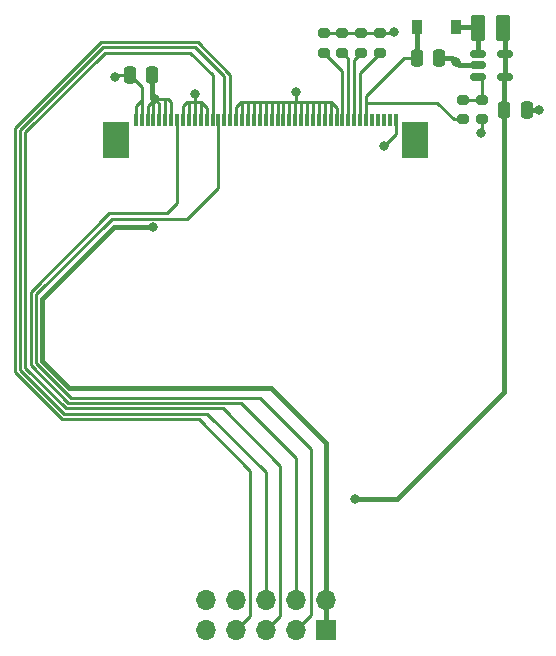
<source format=gbr>
%TF.GenerationSoftware,KiCad,Pcbnew,6.0.5+dfsg-1*%
%TF.CreationDate,2022-06-12T19:51:58+08:00*%
%TF.ProjectId,pcb-backbox,7063622d-6261-4636-9b62-6f782e6b6963,rev?*%
%TF.SameCoordinates,Original*%
%TF.FileFunction,Copper,L1,Top*%
%TF.FilePolarity,Positive*%
%FSLAX46Y46*%
G04 Gerber Fmt 4.6, Leading zero omitted, Abs format (unit mm)*
G04 Created by KiCad (PCBNEW 6.0.5+dfsg-1) date 2022-06-12 19:51:58*
%MOMM*%
%LPD*%
G01*
G04 APERTURE LIST*
G04 Aperture macros list*
%AMRoundRect*
0 Rectangle with rounded corners*
0 $1 Rounding radius*
0 $2 $3 $4 $5 $6 $7 $8 $9 X,Y pos of 4 corners*
0 Add a 4 corners polygon primitive as box body*
4,1,4,$2,$3,$4,$5,$6,$7,$8,$9,$2,$3,0*
0 Add four circle primitives for the rounded corners*
1,1,$1+$1,$2,$3*
1,1,$1+$1,$4,$5*
1,1,$1+$1,$6,$7*
1,1,$1+$1,$8,$9*
0 Add four rect primitives between the rounded corners*
20,1,$1+$1,$2,$3,$4,$5,0*
20,1,$1+$1,$4,$5,$6,$7,0*
20,1,$1+$1,$6,$7,$8,$9,0*
20,1,$1+$1,$8,$9,$2,$3,0*%
G04 Aperture macros list end*
%TA.AperFunction,ComponentPad*%
%ADD10R,1.700000X1.700000*%
%TD*%
%TA.AperFunction,ComponentPad*%
%ADD11O,1.700000X1.700000*%
%TD*%
%TA.AperFunction,SMDPad,CuDef*%
%ADD12RoundRect,0.200000X-0.275000X0.200000X-0.275000X-0.200000X0.275000X-0.200000X0.275000X0.200000X0*%
%TD*%
%TA.AperFunction,SMDPad,CuDef*%
%ADD13R,0.300000X1.100000*%
%TD*%
%TA.AperFunction,SMDPad,CuDef*%
%ADD14R,2.300000X3.100000*%
%TD*%
%TA.AperFunction,SMDPad,CuDef*%
%ADD15RoundRect,0.200000X0.275000X-0.200000X0.275000X0.200000X-0.275000X0.200000X-0.275000X-0.200000X0*%
%TD*%
%TA.AperFunction,SMDPad,CuDef*%
%ADD16RoundRect,0.250000X0.250000X0.475000X-0.250000X0.475000X-0.250000X-0.475000X0.250000X-0.475000X0*%
%TD*%
%TA.AperFunction,SMDPad,CuDef*%
%ADD17RoundRect,0.150000X-0.512500X-0.150000X0.512500X-0.150000X0.512500X0.150000X-0.512500X0.150000X0*%
%TD*%
%TA.AperFunction,SMDPad,CuDef*%
%ADD18RoundRect,0.250000X-0.250000X-0.475000X0.250000X-0.475000X0.250000X0.475000X-0.250000X0.475000X0*%
%TD*%
%TA.AperFunction,SMDPad,CuDef*%
%ADD19RoundRect,0.250000X0.375000X0.850000X-0.375000X0.850000X-0.375000X-0.850000X0.375000X-0.850000X0*%
%TD*%
%TA.AperFunction,SMDPad,CuDef*%
%ADD20R,0.900000X1.200000*%
%TD*%
%TA.AperFunction,ViaPad*%
%ADD21C,0.800000*%
%TD*%
%TA.AperFunction,Conductor*%
%ADD22C,0.400000*%
%TD*%
%TA.AperFunction,Conductor*%
%ADD23C,0.250000*%
%TD*%
G04 APERTURE END LIST*
D10*
%TO.P,J1,1,Pin_1*%
%TO.N,+3V3*%
X135630000Y-115590000D03*
D11*
%TO.P,J1,2,Pin_2*%
X135630000Y-113050000D03*
%TO.P,J1,3,Pin_3*%
%TO.N,SPI_SCK*%
X133090000Y-115590000D03*
%TO.P,J1,4,Pin_4*%
%TO.N,SPI_MOSI*%
X133090000Y-113050000D03*
%TO.P,J1,5,Pin_5*%
%TO.N,SPI_DC*%
X130550000Y-115590000D03*
%TO.P,J1,6,Pin_6*%
%TO.N,SPI_CS_LCD0*%
X130550000Y-113050000D03*
%TO.P,J1,7,Pin_7*%
%TO.N,LCD_RESET*%
X128010000Y-115590000D03*
%TO.P,J1,8,Pin_8*%
%TO.N,VBAT*%
X128010000Y-113050000D03*
%TO.P,J1,9,Pin_9*%
%TO.N,GND*%
X125470000Y-115590000D03*
%TO.P,J1,10,Pin_10*%
X125470000Y-113050000D03*
%TD*%
D12*
%TO.P,R5,1*%
%TO.N,GND*%
X137050000Y-65025000D03*
%TO.P,R5,2*%
%TO.N,Net-(LCD1-Pad37)*%
X137050000Y-66675000D03*
%TD*%
D13*
%TO.P,LCD1,1,GND*%
%TO.N,GND*%
X119550000Y-72400000D03*
%TO.P,LCD1,2,GND*%
X120050000Y-72400000D03*
%TO.P,LCD1,3,VCI*%
%TO.N,+3V3*%
X120550000Y-72400000D03*
%TO.P,LCD1,4,VCI*%
X121050000Y-72400000D03*
%TO.P,LCD1,5,IM3*%
X121550000Y-72400000D03*
%TO.P,LCD1,6,IM1*%
X122050000Y-72400000D03*
%TO.P,LCD1,7,IM0*%
X122550000Y-72400000D03*
%TO.P,LCD1,8,SDA*%
%TO.N,SPI_MOSI*%
X123050000Y-72400000D03*
%TO.P,LCD1,9,VSYNC*%
%TO.N,GND*%
X123550000Y-72400000D03*
%TO.P,LCD1,10,HSYNC*%
X124050000Y-72400000D03*
%TO.P,LCD1,11,DOTCLK*%
X124550000Y-72400000D03*
%TO.P,LCD1,12,ENABLE*%
X125050000Y-72400000D03*
%TO.P,LCD1,13,RD*%
X125550000Y-72400000D03*
%TO.P,LCD1,14,WR/SPI_RS*%
%TO.N,SPI_DC*%
X126050000Y-72400000D03*
%TO.P,LCD1,15,RS/SPI_SCL*%
%TO.N,SPI_SCK*%
X126550000Y-72400000D03*
%TO.P,LCD1,16,CS*%
%TO.N,SPI_CS_LCD0*%
X127050000Y-72400000D03*
%TO.P,LCD1,17,RESET*%
%TO.N,LCD_RESET*%
X127550000Y-72400000D03*
%TO.P,LCD1,18,DB17*%
%TO.N,GND*%
X128050000Y-72400000D03*
%TO.P,LCD1,19,DB16*%
X128550000Y-72400000D03*
%TO.P,LCD1,20,DB15*%
X129050000Y-72400000D03*
%TO.P,LCD1,21,DB14*%
X129550000Y-72400000D03*
%TO.P,LCD1,22,DB13*%
X130050000Y-72400000D03*
%TO.P,LCD1,23,DB12*%
X130550000Y-72400000D03*
%TO.P,LCD1,24,DB11*%
X131050000Y-72400000D03*
%TO.P,LCD1,25,DB10*%
X131550000Y-72400000D03*
%TO.P,LCD1,26,DB9*%
X132050000Y-72400000D03*
%TO.P,LCD1,27,DB8*%
X132550000Y-72400000D03*
%TO.P,LCD1,28,DB7*%
X133050000Y-72400000D03*
%TO.P,LCD1,29,DB6*%
X133550000Y-72400000D03*
%TO.P,LCD1,30,DB5*%
X134050000Y-72400000D03*
%TO.P,LCD1,31,DB4*%
X134550000Y-72400000D03*
%TO.P,LCD1,32,DB3*%
X135050000Y-72400000D03*
%TO.P,LCD1,33,DB2*%
X135550000Y-72400000D03*
%TO.P,LCD1,34,DB1*%
X136050000Y-72400000D03*
%TO.P,LCD1,35,DB0*%
X136550000Y-72400000D03*
%TO.P,LCD1,36,LEDK1*%
%TO.N,Net-(LCD1-Pad36)*%
X137050000Y-72400000D03*
%TO.P,LCD1,37,LEDK2*%
%TO.N,Net-(LCD1-Pad37)*%
X137550000Y-72400000D03*
%TO.P,LCD1,38,LEDK3*%
%TO.N,Net-(LCD1-Pad38)*%
X138050000Y-72400000D03*
%TO.P,LCD1,39,LEDK4*%
%TO.N,Net-(LCD1-Pad39)*%
X138550000Y-72400000D03*
%TO.P,LCD1,40,LEDA*%
%TO.N,BLCD_A*%
X139050000Y-72400000D03*
%TO.P,LCD1,41,NC*%
%TO.N,unconnected-(LCD1-Pad41)*%
X139550000Y-72400000D03*
%TO.P,LCD1,42,NC*%
%TO.N,unconnected-(LCD1-Pad42)*%
X140050000Y-72400000D03*
%TO.P,LCD1,43,NC*%
%TO.N,unconnected-(LCD1-Pad43)*%
X140550000Y-72400000D03*
%TO.P,LCD1,44,NC*%
%TO.N,unconnected-(LCD1-Pad44)*%
X141050000Y-72400000D03*
%TO.P,LCD1,45,GND*%
%TO.N,GND*%
X141550000Y-72400000D03*
D14*
%TO.P,LCD1,MP,mount*%
%TO.N,unconnected-(LCD1-PadMP)*%
X143220000Y-74100000D03*
X117880000Y-74100000D03*
%TD*%
D15*
%TO.P,R2,1*%
%TO.N,BLCD_A*%
X147250000Y-72325000D03*
%TO.P,R2,2*%
%TO.N,Net-(U1-Pad3)*%
X147250000Y-70675000D03*
%TD*%
D12*
%TO.P,R6,1*%
%TO.N,GND*%
X135450000Y-65025000D03*
%TO.P,R6,2*%
%TO.N,Net-(LCD1-Pad36)*%
X135450000Y-66675000D03*
%TD*%
%TO.P,R4,1*%
%TO.N,GND*%
X138650000Y-65050000D03*
%TO.P,R4,2*%
%TO.N,Net-(LCD1-Pad38)*%
X138650000Y-66700000D03*
%TD*%
D16*
%TO.P,C3,1*%
%TO.N,+3V3*%
X120950000Y-68600000D03*
%TO.P,C3,2*%
%TO.N,GND*%
X119050000Y-68600000D03*
%TD*%
D17*
%TO.P,U1,1,SW*%
%TO.N,Net-(D1-Pad2)*%
X148512500Y-66800000D03*
%TO.P,U1,2,GND*%
%TO.N,GND*%
X148512500Y-67750000D03*
%TO.P,U1,3,FB*%
%TO.N,Net-(U1-Pad3)*%
X148512500Y-68700000D03*
%TO.P,U1,4,EN*%
%TO.N,VBAT*%
X150787500Y-68700000D03*
%TO.P,U1,5,IN*%
X150787500Y-66800000D03*
%TD*%
D18*
%TO.P,C2,1*%
%TO.N,BLCD_A*%
X143350000Y-67125000D03*
%TO.P,C2,2*%
%TO.N,GND*%
X145250000Y-67125000D03*
%TD*%
D12*
%TO.P,R3,1*%
%TO.N,GND*%
X140250000Y-65025000D03*
%TO.P,R3,2*%
%TO.N,Net-(LCD1-Pad39)*%
X140250000Y-66675000D03*
%TD*%
D18*
%TO.P,C1,1*%
%TO.N,VBAT*%
X150750000Y-71550000D03*
%TO.P,C1,2*%
%TO.N,GND*%
X152650000Y-71550000D03*
%TD*%
D19*
%TO.P,L1,1,1*%
%TO.N,VBAT*%
X150675000Y-64600000D03*
%TO.P,L1,2,2*%
%TO.N,Net-(D1-Pad2)*%
X148525000Y-64600000D03*
%TD*%
D12*
%TO.P,R1,1*%
%TO.N,Net-(U1-Pad3)*%
X148825000Y-70675000D03*
%TO.P,R1,2*%
%TO.N,GND*%
X148825000Y-72325000D03*
%TD*%
D20*
%TO.P,D1,1,K*%
%TO.N,BLCD_A*%
X143350000Y-64525000D03*
%TO.P,D1,2,A*%
%TO.N,Net-(D1-Pad2)*%
X146650000Y-64525000D03*
%TD*%
D21*
%TO.N,VBAT*%
X138150000Y-104500000D03*
%TO.N,+3V3*%
X121150000Y-70625000D03*
X120975000Y-81449020D03*
%TO.N,GND*%
X140525000Y-74625000D03*
X133100000Y-70025000D03*
X141375000Y-64950000D03*
X148775000Y-73525000D03*
X117800000Y-68725000D03*
X146700000Y-67500000D03*
X153650000Y-71550000D03*
X124600000Y-70200000D03*
%TD*%
D22*
%TO.N,VBAT*%
X141675000Y-104500000D02*
X150750000Y-95425000D01*
X138150000Y-104500000D02*
X141675000Y-104500000D01*
X150787500Y-66800000D02*
X150787500Y-64712500D01*
X150750000Y-68737500D02*
X150787500Y-68700000D01*
X150787500Y-64712500D02*
X150675000Y-64600000D01*
X150750000Y-71550000D02*
X150750000Y-68737500D01*
X150787500Y-68700000D02*
X150787500Y-66800000D01*
X150750000Y-95425000D02*
X150750000Y-71550000D01*
D23*
%TO.N,Net-(LCD1-Pad36)*%
X137050000Y-68275000D02*
X135450000Y-66675000D01*
X137050000Y-72400000D02*
X137050000Y-68275000D01*
%TO.N,BLCD_A*%
X139050000Y-70375000D02*
X142300000Y-67125000D01*
X147250000Y-72325000D02*
X146475000Y-72325000D01*
X139050000Y-72400000D02*
X139050000Y-70925000D01*
X145075000Y-70925000D02*
X139050000Y-70925000D01*
X146475000Y-72325000D02*
X145075000Y-70925000D01*
X139050000Y-70925000D02*
X139050000Y-70375000D01*
X142300000Y-67125000D02*
X143350000Y-67125000D01*
D22*
X143350000Y-64525000D02*
X143350000Y-67125000D01*
%TO.N,+3V3*%
X135630000Y-115590000D02*
X135630000Y-113050000D01*
D23*
X121050000Y-72400000D02*
X121050000Y-70725000D01*
D22*
X130975000Y-95050000D02*
X135630000Y-99705000D01*
D23*
X120550000Y-71225000D02*
X121150000Y-70625000D01*
X122050000Y-72400000D02*
X122050000Y-70700000D01*
D22*
X117725980Y-81449020D02*
X111625000Y-87550000D01*
D23*
X121050000Y-70725000D02*
X121150000Y-70625000D01*
D22*
X120950000Y-68600000D02*
X120950000Y-70425000D01*
D23*
X122550000Y-70875000D02*
X122550000Y-72400000D01*
D22*
X113925000Y-95050000D02*
X130975000Y-95050000D01*
X111625000Y-87550000D02*
X111625000Y-92750000D01*
X111625000Y-92750000D02*
X113925000Y-95050000D01*
D23*
X122125000Y-70625000D02*
X122300000Y-70625000D01*
X121550000Y-72400000D02*
X121550000Y-71025000D01*
D22*
X120950000Y-70425000D02*
X121150000Y-70625000D01*
D23*
X121550000Y-71025000D02*
X121150000Y-70625000D01*
D22*
X120975000Y-81449020D02*
X117725980Y-81449020D01*
D23*
X122300000Y-70625000D02*
X122550000Y-70875000D01*
X121150000Y-70625000D02*
X122125000Y-70625000D01*
X122050000Y-70700000D02*
X122125000Y-70625000D01*
X120550000Y-72400000D02*
X120550000Y-71225000D01*
D22*
X135630000Y-99705000D02*
X135630000Y-113050000D01*
D23*
%TO.N,Net-(LCD1-Pad37)*%
X137550000Y-72400000D02*
X137550000Y-67175000D01*
X137550000Y-67175000D02*
X137050000Y-66675000D01*
%TO.N,Net-(LCD1-Pad38)*%
X138050000Y-72400000D02*
X138050000Y-67300000D01*
X138050000Y-67300000D02*
X138650000Y-66700000D01*
%TO.N,Net-(LCD1-Pad39)*%
X138550000Y-68375000D02*
X140250000Y-66675000D01*
X138550000Y-72400000D02*
X138550000Y-68375000D01*
%TO.N,SPI_CS_LCD0*%
X109751920Y-93525854D02*
X109751920Y-73237363D01*
X127050000Y-68675000D02*
X127050000Y-72400000D01*
X124600480Y-66225480D02*
X127050000Y-68675000D01*
X130550000Y-102200000D02*
X125598560Y-97248560D01*
X130550000Y-113050000D02*
X130550000Y-102200000D01*
X116763803Y-66225480D02*
X124600480Y-66225480D01*
X109751920Y-73237363D02*
X116763803Y-66225480D01*
X113474625Y-97248560D02*
X109751920Y-93525854D01*
X125598560Y-97248560D02*
X113474625Y-97248560D01*
%TO.N,LCD_RESET*%
X124883797Y-97698080D02*
X113288429Y-97698080D01*
X128010000Y-115590000D02*
X129250000Y-114350000D01*
X129250000Y-114350000D02*
X129250000Y-102064283D01*
X124786678Y-65775960D02*
X127550000Y-68539282D01*
X127550000Y-68539282D02*
X127550000Y-72400000D01*
X129250000Y-102064283D02*
X124883797Y-97698080D01*
X109302400Y-73051166D02*
X116577606Y-65775960D01*
X109302400Y-93712051D02*
X109302400Y-73051166D01*
X113288429Y-97698080D02*
X109302400Y-93712051D01*
X116577606Y-65775960D02*
X124786678Y-65775960D01*
%TO.N,SPI_DC*%
X113660823Y-96799040D02*
X110201440Y-93339657D01*
X110201440Y-93339657D02*
X110201440Y-73423560D01*
X126050000Y-68550000D02*
X126050000Y-72400000D01*
X130550000Y-115590000D02*
X131800000Y-114340000D01*
X126949040Y-96799040D02*
X113660823Y-96799040D01*
X124175000Y-66675000D02*
X126050000Y-68550000D01*
X110201440Y-73423560D02*
X116950000Y-66675000D01*
X131800000Y-101650000D02*
X126949040Y-96799040D01*
X131800000Y-114340000D02*
X131800000Y-101650000D01*
X116950000Y-66675000D02*
X124175000Y-66675000D01*
%TO.N,SPI_MOSI*%
X133090000Y-101010000D02*
X128429520Y-96349520D01*
X110650960Y-86938323D02*
X117314283Y-80275000D01*
X128429520Y-96349520D02*
X113847020Y-96349520D01*
X113847020Y-96349520D02*
X110650960Y-93153460D01*
X122175000Y-80275000D02*
X123050000Y-79400000D01*
X110650960Y-93153460D02*
X110650960Y-86938323D01*
X117314283Y-80275000D02*
X122175000Y-80275000D01*
X133090000Y-113050000D02*
X133090000Y-101010000D01*
X123050000Y-79400000D02*
X123050000Y-72400000D01*
%TO.N,SPI_SCK*%
X117500480Y-80724520D02*
X123925480Y-80724520D01*
X134350000Y-114330000D02*
X134350000Y-100200000D01*
X126550000Y-78100000D02*
X126550000Y-72400000D01*
X114033217Y-95900000D02*
X111100480Y-92967263D01*
X123925480Y-80724520D02*
X126550000Y-78100000D01*
X130050000Y-95900000D02*
X114033217Y-95900000D01*
X111100480Y-92967263D02*
X111100480Y-87124520D01*
X111100480Y-87124520D02*
X117500480Y-80724520D01*
X134350000Y-100200000D02*
X130050000Y-95900000D01*
X133090000Y-115590000D02*
X134350000Y-114330000D01*
%TO.N,Net-(U1-Pad3)*%
X148825000Y-69012500D02*
X148512500Y-68700000D01*
X148825000Y-70675000D02*
X148825000Y-69012500D01*
X147250000Y-70675000D02*
X148825000Y-70675000D01*
%TO.N,GND*%
X125050000Y-72400000D02*
X125050000Y-70875000D01*
X119050000Y-68600000D02*
X117925000Y-68600000D01*
X129550000Y-72400000D02*
X129550000Y-70875000D01*
X132550000Y-72400000D02*
X132550000Y-70950000D01*
X133450000Y-70825000D02*
X133975000Y-70825000D01*
X135500000Y-70825000D02*
X136050000Y-70825000D01*
X129100000Y-70825000D02*
X129500000Y-70825000D01*
X133050000Y-70925000D02*
X133112500Y-70862500D01*
X123900000Y-70875000D02*
X123550000Y-71225000D01*
D22*
X145250000Y-67125000D02*
X146325000Y-67125000D01*
D23*
X141550000Y-72400000D02*
X141550000Y-73600000D01*
X132425000Y-70825000D02*
X133150000Y-70825000D01*
X135125000Y-70825000D02*
X135500000Y-70825000D01*
X134450000Y-70825000D02*
X135125000Y-70825000D01*
X131550000Y-72400000D02*
X131550000Y-70825000D01*
X134550000Y-70925000D02*
X134450000Y-70825000D01*
X141300000Y-65025000D02*
X141375000Y-64950000D01*
X132050000Y-70900000D02*
X132125000Y-70825000D01*
X132550000Y-70950000D02*
X132425000Y-70825000D01*
X124600000Y-70875000D02*
X124050000Y-70875000D01*
X128550000Y-72400000D02*
X128550000Y-70875000D01*
X132125000Y-70825000D02*
X132425000Y-70825000D01*
X148825000Y-72325000D02*
X148825000Y-73475000D01*
X129050000Y-70875000D02*
X129100000Y-70825000D01*
X130550000Y-72400000D02*
X130550000Y-70900000D01*
X134050000Y-70900000D02*
X133975000Y-70825000D01*
X133550000Y-70925000D02*
X133450000Y-70825000D01*
X130050000Y-72400000D02*
X130050000Y-70850000D01*
X125550000Y-71375000D02*
X125050000Y-70875000D01*
X130050000Y-70850000D02*
X130025000Y-70825000D01*
X135550000Y-72400000D02*
X135550000Y-70875000D01*
X134550000Y-72400000D02*
X134550000Y-70925000D01*
D22*
X152650000Y-71550000D02*
X153650000Y-71550000D01*
D23*
X135550000Y-70875000D02*
X135500000Y-70825000D01*
X130025000Y-70825000D02*
X130625000Y-70825000D01*
X119550000Y-72400000D02*
X119550000Y-71200000D01*
X135450000Y-65025000D02*
X140250000Y-65025000D01*
X123550000Y-71225000D02*
X123550000Y-72400000D01*
X129050000Y-72400000D02*
X129050000Y-70875000D01*
X133550000Y-72400000D02*
X133550000Y-70925000D01*
X128050000Y-72400000D02*
X128050000Y-71275000D01*
X120050000Y-70700000D02*
X120050000Y-69600000D01*
X124550000Y-70925000D02*
X124600000Y-70875000D01*
X131050000Y-72400000D02*
X131050000Y-70825000D01*
D22*
X146950000Y-67750000D02*
X146700000Y-67500000D01*
D23*
X136550000Y-71325000D02*
X136550000Y-72400000D01*
X128500000Y-70825000D02*
X129100000Y-70825000D01*
D22*
X148512500Y-67750000D02*
X146950000Y-67750000D01*
X146325000Y-67125000D02*
X146700000Y-67500000D01*
D23*
X148825000Y-73475000D02*
X148775000Y-73525000D01*
X140250000Y-65025000D02*
X141300000Y-65025000D01*
X120050000Y-72400000D02*
X120050000Y-70700000D01*
X128550000Y-70875000D02*
X128500000Y-70825000D01*
X136050000Y-72400000D02*
X136050000Y-70825000D01*
X120050000Y-69600000D02*
X119050000Y-68600000D01*
X125050000Y-70875000D02*
X124600000Y-70875000D01*
X130625000Y-70825000D02*
X131050000Y-70825000D01*
X128050000Y-71275000D02*
X128500000Y-70825000D01*
X124550000Y-72400000D02*
X124550000Y-70925000D01*
X124050000Y-72400000D02*
X124050000Y-70875000D01*
X129550000Y-70875000D02*
X129500000Y-70825000D01*
X131550000Y-70825000D02*
X132125000Y-70825000D01*
X125550000Y-72400000D02*
X125550000Y-71375000D01*
X132050000Y-72400000D02*
X132050000Y-70900000D01*
X133050000Y-72400000D02*
X133050000Y-70925000D01*
X135050000Y-70900000D02*
X135125000Y-70825000D01*
X141550000Y-73600000D02*
X140525000Y-74625000D01*
X133150000Y-70825000D02*
X133450000Y-70825000D01*
X133112500Y-70037500D02*
X133100000Y-70025000D01*
X131050000Y-70825000D02*
X131550000Y-70825000D01*
X135050000Y-72400000D02*
X135050000Y-70900000D01*
X133112500Y-70862500D02*
X133150000Y-70825000D01*
X124600000Y-70875000D02*
X124600000Y-70200000D01*
X119550000Y-71200000D02*
X120050000Y-70700000D01*
X129500000Y-70825000D02*
X130025000Y-70825000D01*
X133112500Y-70862500D02*
X133112500Y-70037500D01*
X136050000Y-70825000D02*
X136550000Y-71325000D01*
X130550000Y-70900000D02*
X130625000Y-70825000D01*
X124050000Y-70875000D02*
X123900000Y-70875000D01*
X117925000Y-68600000D02*
X117800000Y-68725000D01*
X134050000Y-72400000D02*
X134050000Y-70900000D01*
X133975000Y-70825000D02*
X134450000Y-70825000D01*
D22*
%TO.N,Net-(D1-Pad2)*%
X148525000Y-66787500D02*
X148512500Y-66800000D01*
X148450000Y-64525000D02*
X148525000Y-64600000D01*
X146650000Y-64525000D02*
X148450000Y-64525000D01*
X148525000Y-64600000D02*
X148525000Y-66787500D01*
%TD*%
M02*

</source>
